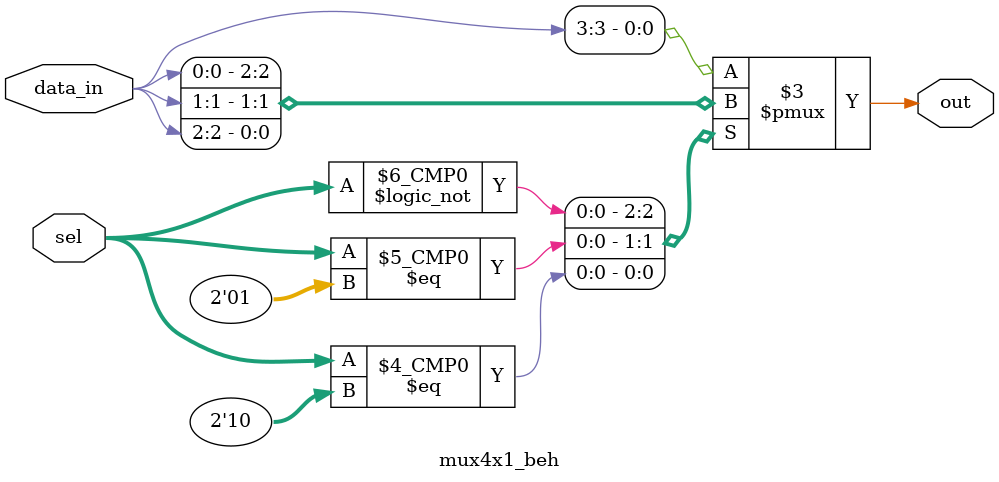
<source format=v>
module mux4x1_beh(out, data_in, sel);
input [3:0]data_in;
input [1:0]sel;
output reg out;

always @(*) begin
    case (sel)
        2'b00: out = data_in[0];
        2'b01: out = data_in[1];
        2'b10: out = data_in[2];
        default: out = data_in[3];
    endcase
end
endmodule
</source>
